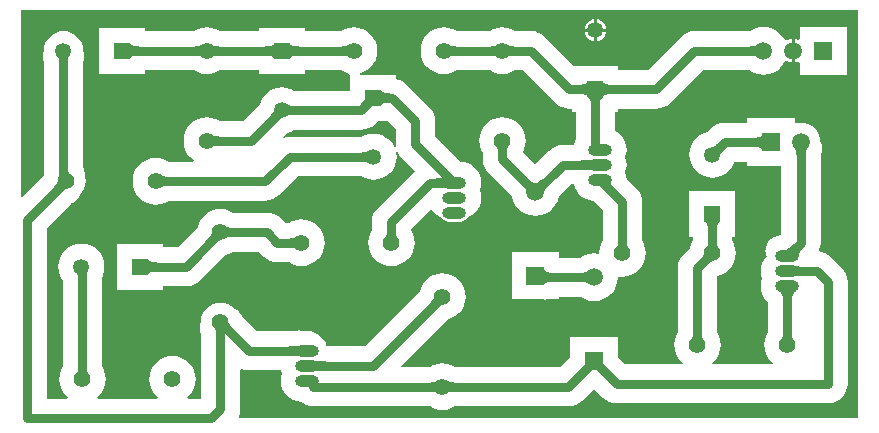
<source format=gtl>
G04 Layer_Physical_Order=1*
G04 Layer_Color=255*
%FSLAX25Y25*%
%MOIN*%
G70*
G01*
G75*
%ADD10C,0.03000*%
%ADD11C,0.05512*%
%ADD12C,0.05906*%
%ADD13R,0.05906X0.05906*%
%ADD14R,0.05315X0.05315*%
%ADD15C,0.05315*%
%ADD16R,0.05315X0.05315*%
%ADD17O,0.07874X0.03937*%
%ADD18O,0.07874X0.03937*%
%ADD19R,0.05906X0.05906*%
G36*
X24949Y-20980D02*
X24888Y-21086D01*
X24834Y-21216D01*
X24787Y-21370D01*
X24747Y-21547D01*
X24715Y-21748D01*
X24672Y-22221D01*
X24657Y-22788D01*
X21657D01*
X21654Y-22492D01*
X21600Y-21748D01*
X21567Y-21547D01*
X21528Y-21370D01*
X21481Y-21216D01*
X21427Y-21086D01*
X21366Y-20980D01*
X21297Y-20898D01*
X25018D01*
X24949Y-20980D01*
D02*
G37*
G36*
X256059Y-52441D02*
X256029Y-52167D01*
X255939Y-51922D01*
X255789Y-51706D01*
X255579Y-51519D01*
X255309Y-51360D01*
X254979Y-51231D01*
X254589Y-51130D01*
X254139Y-51058D01*
X253629Y-51014D01*
X253059Y-51000D01*
Y-48000D01*
X253629Y-47986D01*
X254139Y-47942D01*
X254589Y-47870D01*
X254979Y-47769D01*
X255309Y-47640D01*
X255579Y-47481D01*
X255789Y-47294D01*
X255939Y-47078D01*
X256029Y-46833D01*
X256059Y-46559D01*
Y-52441D01*
D02*
G37*
G36*
X243239Y-52039D02*
X243033Y-52251D01*
X242544Y-52816D01*
X242425Y-52981D01*
X242328Y-53134D01*
X242253Y-53276D01*
X242199Y-53406D01*
X242167Y-53524D01*
X242157Y-53631D01*
X239527Y-51000D01*
X239633Y-50990D01*
X239752Y-50958D01*
X239882Y-50905D01*
X240023Y-50829D01*
X240177Y-50732D01*
X240342Y-50613D01*
X240706Y-50309D01*
X241118Y-49918D01*
X243239Y-52039D01*
D02*
G37*
G36*
X270959Y-51731D02*
X270863Y-51875D01*
X270778Y-52041D01*
X270704Y-52228D01*
X270642Y-52438D01*
X270591Y-52670D01*
X270551Y-52923D01*
X270523Y-53199D01*
X270500Y-53815D01*
X267500D01*
X267494Y-53496D01*
X267449Y-52923D01*
X267409Y-52670D01*
X267358Y-52438D01*
X267296Y-52228D01*
X267222Y-52041D01*
X267137Y-51875D01*
X267041Y-51731D01*
X266933Y-51609D01*
X271067D01*
X270959Y-51731D01*
D02*
G37*
G36*
X24663Y-58473D02*
X24709Y-59000D01*
X24750Y-59225D01*
X24802Y-59425D01*
X24865Y-59599D01*
X24940Y-59747D01*
X25027Y-59869D01*
X25125Y-59965D01*
X25235Y-60036D01*
X21562Y-61216D01*
X21580Y-61165D01*
X21596Y-61085D01*
X21610Y-60976D01*
X21633Y-60670D01*
X21657Y-59395D01*
X24657Y-58170D01*
X24663Y-58473D01*
D02*
G37*
G36*
X23972Y-65256D02*
X23847Y-65266D01*
X23711Y-65298D01*
X23566Y-65353D01*
X23410Y-65430D01*
X23243Y-65530D01*
X23066Y-65652D01*
X22879Y-65797D01*
X22475Y-66153D01*
X22257Y-66365D01*
X20135Y-64243D01*
X20347Y-64025D01*
X20848Y-63434D01*
X20970Y-63257D01*
X21070Y-63090D01*
X21147Y-62934D01*
X21202Y-62788D01*
X21234Y-62653D01*
X21244Y-62528D01*
X23972Y-65256D01*
D02*
G37*
G36*
X241928Y-76018D02*
X241733Y-76108D01*
X241561Y-76258D01*
X241412Y-76468D01*
X241286Y-76738D01*
X241183Y-77068D01*
X241103Y-77458D01*
X241046Y-77908D01*
X241012Y-78418D01*
X241000Y-78988D01*
X238000D01*
X237988Y-78418D01*
X237897Y-77458D01*
X237817Y-77068D01*
X237714Y-76738D01*
X237588Y-76468D01*
X237439Y-76258D01*
X237267Y-76108D01*
X237072Y-76018D01*
X236855Y-75988D01*
X242145D01*
X241928Y-76018D01*
D02*
G37*
G36*
X241004Y-82838D02*
X241069Y-83611D01*
X241107Y-83822D01*
X241155Y-84010D01*
X241210Y-84175D01*
X241275Y-84317D01*
X241348Y-84436D01*
X241429Y-84532D01*
X237571D01*
X237652Y-84436D01*
X237725Y-84317D01*
X237790Y-84175D01*
X237845Y-84010D01*
X237893Y-83822D01*
X237931Y-83611D01*
X237961Y-83376D01*
X237996Y-82838D01*
X238000Y-82534D01*
X241000D01*
X241004Y-82838D01*
D02*
G37*
G36*
X270052Y-84070D02*
X269708Y-84432D01*
X269404Y-84790D01*
X269142Y-85144D01*
X268920Y-85493D01*
X268738Y-85838D01*
X268598Y-86179D01*
X268498Y-86516D01*
X268439Y-86848D01*
X268420Y-87176D01*
X268442Y-87500D01*
X262187Y-85584D01*
X262520Y-85651D01*
X262875Y-85655D01*
X263250Y-85596D01*
X263647Y-85473D01*
X264065Y-85286D01*
X264504Y-85037D01*
X264965Y-84724D01*
X265446Y-84348D01*
X265949Y-83908D01*
X266473Y-83405D01*
X270052Y-84070D01*
D02*
G37*
G36*
X239472Y-89256D02*
X239347Y-89266D01*
X239212Y-89298D01*
X239066Y-89353D01*
X238910Y-89430D01*
X238743Y-89530D01*
X238566Y-89652D01*
X238379Y-89797D01*
X237975Y-90153D01*
X237757Y-90365D01*
X235635Y-88243D01*
X235847Y-88025D01*
X236348Y-87434D01*
X236470Y-87257D01*
X236570Y-87090D01*
X236647Y-86934D01*
X236702Y-86788D01*
X236734Y-86653D01*
X236744Y-86528D01*
X239472Y-89256D01*
D02*
G37*
G36*
X267537Y-90831D02*
X267673Y-90866D01*
X267864Y-90898D01*
X268109Y-90925D01*
X269173Y-90981D01*
X270728Y-91000D01*
Y-94000D01*
X270155Y-94002D01*
X267537Y-94169D01*
X267455Y-94209D01*
Y-90791D01*
X267537Y-90831D01*
D02*
G37*
G36*
X31200Y-92717D02*
X31158Y-92817D01*
X31121Y-92942D01*
X31089Y-93092D01*
X31062Y-93266D01*
X31022Y-93689D01*
X31003Y-94211D01*
X31000Y-94509D01*
X28000Y-94987D01*
X27996Y-94692D01*
X27960Y-94176D01*
X27929Y-93953D01*
X27889Y-93755D01*
X27841Y-93580D01*
X27783Y-93430D01*
X27717Y-93303D01*
X27641Y-93200D01*
X27557Y-93122D01*
X31247Y-92642D01*
X31200Y-92717D01*
D02*
G37*
G36*
X267209Y-99198D02*
X266955Y-99297D01*
X266731Y-99463D01*
X266537Y-99694D01*
X266373Y-99992D01*
X266239Y-100356D01*
X266134Y-100786D01*
X266060Y-101282D01*
X266015Y-101845D01*
X266000Y-102473D01*
X263000D01*
X262985Y-101845D01*
X262940Y-101282D01*
X262866Y-100786D01*
X262761Y-100356D01*
X262627Y-99992D01*
X262463Y-99694D01*
X262269Y-99463D01*
X262045Y-99297D01*
X261791Y-99198D01*
X261507Y-99165D01*
X267493D01*
X267209Y-99198D01*
D02*
G37*
G36*
X149472Y-103756D02*
X149347Y-103766D01*
X149212Y-103798D01*
X149066Y-103853D01*
X148909Y-103930D01*
X148743Y-104030D01*
X148566Y-104152D01*
X148379Y-104297D01*
X147975Y-104653D01*
X147757Y-104865D01*
X145635Y-102743D01*
X145847Y-102525D01*
X146348Y-101934D01*
X146470Y-101757D01*
X146570Y-101591D01*
X146647Y-101434D01*
X146702Y-101288D01*
X146734Y-101153D01*
X146744Y-101028D01*
X149472Y-103756D01*
D02*
G37*
G36*
X78266Y-109653D02*
X78298Y-109789D01*
X78353Y-109934D01*
X78430Y-110090D01*
X78530Y-110257D01*
X78652Y-110434D01*
X78797Y-110621D01*
X79153Y-111026D01*
X79365Y-111243D01*
X77243Y-113365D01*
X77026Y-113153D01*
X77006Y-113136D01*
X77004Y-113162D01*
X77000Y-113465D01*
X74000D01*
X73996Y-113162D01*
X73931Y-112389D01*
X73893Y-112178D01*
X73845Y-111990D01*
X73790Y-111825D01*
X73725Y-111683D01*
X73652Y-111564D01*
X73571Y-111468D01*
X76315D01*
X78256Y-109528D01*
X78266Y-109653D01*
D02*
G37*
G36*
X266004Y-113338D02*
X266069Y-114111D01*
X266107Y-114322D01*
X266155Y-114510D01*
X266210Y-114675D01*
X266275Y-114817D01*
X266348Y-114936D01*
X266429Y-115032D01*
X262571D01*
X262652Y-114936D01*
X262725Y-114817D01*
X262790Y-114675D01*
X262845Y-114510D01*
X262893Y-114322D01*
X262931Y-114111D01*
X262961Y-113876D01*
X262996Y-113338D01*
X263000Y-113034D01*
X266000D01*
X266004Y-113338D01*
D02*
G37*
G36*
X236004D02*
X236069Y-114111D01*
X236107Y-114322D01*
X236155Y-114510D01*
X236210Y-114675D01*
X236275Y-114817D01*
X236348Y-114936D01*
X236429Y-115032D01*
X232571D01*
X232652Y-114936D01*
X232725Y-114817D01*
X232790Y-114675D01*
X232845Y-114510D01*
X232893Y-114322D01*
X232931Y-114111D01*
X232961Y-113876D01*
X232996Y-113338D01*
X233000Y-113034D01*
X236000D01*
X236004Y-113338D01*
D02*
G37*
G36*
X101545Y-120709D02*
X101463Y-120669D01*
X101327Y-120634D01*
X101136Y-120602D01*
X100891Y-120575D01*
X99827Y-120519D01*
X98272Y-120500D01*
Y-117500D01*
X98845Y-117498D01*
X101463Y-117331D01*
X101545Y-117291D01*
Y-120709D01*
D02*
G37*
G36*
X107537Y-122331D02*
X107673Y-122366D01*
X107864Y-122398D01*
X108109Y-122425D01*
X109173Y-122481D01*
X110728Y-122500D01*
Y-125500D01*
X110155Y-125502D01*
X107537Y-125669D01*
X107455Y-125709D01*
Y-122291D01*
X107537Y-122331D01*
D02*
G37*
G36*
X31004Y-124838D02*
X31069Y-125611D01*
X31107Y-125822D01*
X31155Y-126010D01*
X31210Y-126175D01*
X31275Y-126317D01*
X31348Y-126436D01*
X31429Y-126532D01*
X27571D01*
X27652Y-126436D01*
X27725Y-126317D01*
X27790Y-126175D01*
X27845Y-126010D01*
X27893Y-125822D01*
X27931Y-125611D01*
X27961Y-125376D01*
X27996Y-124838D01*
X28000Y-124534D01*
X31000D01*
X31004Y-124838D01*
D02*
G37*
G36*
X151564Y-129152D02*
X151683Y-129225D01*
X151824Y-129290D01*
X151990Y-129346D01*
X152178Y-129393D01*
X152389Y-129431D01*
X152623Y-129461D01*
X153162Y-129496D01*
X153465Y-129500D01*
Y-132500D01*
X153162Y-132504D01*
X152389Y-132569D01*
X152178Y-132607D01*
X151990Y-132655D01*
X151824Y-132710D01*
X151683Y-132775D01*
X151564Y-132848D01*
X151468Y-132929D01*
Y-129071D01*
X151564Y-129152D01*
D02*
G37*
G36*
X147532Y-132929D02*
X147436Y-132848D01*
X147317Y-132775D01*
X147176Y-132710D01*
X147010Y-132655D01*
X146822Y-132607D01*
X146611Y-132569D01*
X146377Y-132539D01*
X145838Y-132504D01*
X145535Y-132500D01*
Y-129500D01*
X145838Y-129496D01*
X146611Y-129431D01*
X146822Y-129393D01*
X147010Y-129346D01*
X147176Y-129290D01*
X147317Y-129225D01*
X147436Y-129152D01*
X147532Y-129071D01*
Y-132929D01*
D02*
G37*
G36*
X288000Y-141453D02*
X81778D01*
X81583Y-141126D01*
X81549Y-140953D01*
X81906Y-139774D01*
X82031Y-138500D01*
Y-125324D01*
X82433Y-125032D01*
X82531Y-125044D01*
X83726Y-125406D01*
X85000Y-125531D01*
X95714D01*
X96008Y-126500D01*
X95664Y-127634D01*
X95529Y-129000D01*
X95664Y-130366D01*
X96062Y-131680D01*
X96709Y-132890D01*
X97580Y-133951D01*
X98641Y-134822D01*
X99852Y-135469D01*
X101165Y-135868D01*
X102324Y-135982D01*
X102871Y-136431D01*
X104000Y-137034D01*
X105226Y-137406D01*
X106500Y-137531D01*
X145266D01*
X146518Y-138200D01*
X147980Y-138644D01*
X149500Y-138793D01*
X151020Y-138644D01*
X152482Y-138200D01*
X153734Y-137531D01*
X191476D01*
X192751Y-137406D01*
X193976Y-137034D01*
X195105Y-136431D01*
X196095Y-135618D01*
X200000Y-131713D01*
X202905Y-134618D01*
X203895Y-135431D01*
X205024Y-136034D01*
X206249Y-136406D01*
X207524Y-136531D01*
X278000D01*
X279274Y-136406D01*
X280500Y-136034D01*
X281629Y-135431D01*
X282618Y-134618D01*
X283431Y-133629D01*
X284034Y-132500D01*
X284406Y-131274D01*
X284531Y-130000D01*
Y-96000D01*
X284406Y-94726D01*
X284034Y-93501D01*
X283431Y-92371D01*
X282618Y-91382D01*
X279118Y-87882D01*
X278129Y-87069D01*
X276999Y-86466D01*
X275774Y-86094D01*
X275217Y-86039D01*
X274981Y-85598D01*
X275034Y-85500D01*
X275406Y-84274D01*
X275531Y-83000D01*
Y-54049D01*
X275540Y-54001D01*
X275543Y-53913D01*
X275583Y-53853D01*
X275746Y-53378D01*
X275938Y-52914D01*
X275959Y-52757D01*
X276010Y-52607D01*
X276045Y-52106D01*
X276110Y-51609D01*
X276089Y-51452D01*
X276100Y-51294D01*
X276004Y-50801D01*
X275938Y-50303D01*
X275878Y-50157D01*
X275847Y-50002D01*
X275626Y-49551D01*
X275508Y-49266D01*
X275406Y-48226D01*
X275034Y-47001D01*
X274431Y-45871D01*
X273618Y-44882D01*
X272629Y-44069D01*
X271499Y-43466D01*
X270274Y-43094D01*
X269000Y-42968D01*
X267726Y-43094D01*
X267354Y-43207D01*
X266953Y-42909D01*
Y-41547D01*
X256613D01*
X256609Y-41546D01*
X256557Y-41547D01*
X256296D01*
X256059Y-41516D01*
X255823Y-41547D01*
X251047D01*
Y-42968D01*
X243657D01*
X242383Y-43094D01*
X241158Y-43466D01*
X240029Y-44069D01*
X239039Y-44882D01*
X237727Y-46193D01*
X236555Y-46549D01*
X235225Y-47260D01*
X234059Y-48217D01*
X233102Y-49382D01*
X232391Y-50713D01*
X231953Y-52156D01*
X231805Y-53657D01*
X231953Y-55159D01*
X232391Y-56602D01*
X233102Y-57932D01*
X234059Y-59098D01*
X235225Y-60055D01*
X236555Y-60766D01*
X237999Y-61204D01*
X239500Y-61352D01*
X241001Y-61204D01*
X242445Y-60766D01*
X243775Y-60055D01*
X244941Y-59098D01*
X245898Y-57932D01*
X246609Y-56602D01*
X246782Y-56031D01*
X251047D01*
Y-57453D01*
X255823D01*
X256059Y-57484D01*
X256296Y-57453D01*
X256557D01*
X256609Y-57454D01*
X256613Y-57453D01*
X262469D01*
Y-80253D01*
X262232Y-80459D01*
X262095Y-80566D01*
X261870Y-80551D01*
X261465Y-80630D01*
X261055Y-80670D01*
X260822Y-80757D01*
X260578Y-80805D01*
X260208Y-80986D01*
X259821Y-81130D01*
X259619Y-81274D01*
X259395Y-81384D01*
X259085Y-81655D01*
X258749Y-81894D01*
X258591Y-82086D01*
X258403Y-82249D01*
X258174Y-82591D01*
X257911Y-82910D01*
X257808Y-83136D01*
X257669Y-83342D01*
X257536Y-83732D01*
X257365Y-84107D01*
X257324Y-84352D01*
X257243Y-84588D01*
X257215Y-84999D01*
X257147Y-85406D01*
X257170Y-85653D01*
X257154Y-85901D01*
X257233Y-86306D01*
X257272Y-86716D01*
X257359Y-86949D01*
X257407Y-87193D01*
X257581Y-87548D01*
X257580Y-87549D01*
X256709Y-88610D01*
X256062Y-89820D01*
X255664Y-91134D01*
X255529Y-92500D01*
X255664Y-93866D01*
X256008Y-95000D01*
X255664Y-96134D01*
X255529Y-97500D01*
X255664Y-98866D01*
X256062Y-100180D01*
X256709Y-101390D01*
X257580Y-102451D01*
X257969Y-102770D01*
Y-112767D01*
X257300Y-114018D01*
X256856Y-115480D01*
X256707Y-117000D01*
X256856Y-118520D01*
X257300Y-119982D01*
X258020Y-121330D01*
X258989Y-122511D01*
X259583Y-122998D01*
X259414Y-123469D01*
X239586D01*
X239417Y-122998D01*
X240011Y-122511D01*
X240980Y-121330D01*
X241700Y-119982D01*
X242144Y-118520D01*
X242293Y-117000D01*
X242144Y-115480D01*
X241700Y-114018D01*
X241031Y-112767D01*
Y-94205D01*
X241125Y-94112D01*
X242482Y-93700D01*
X243830Y-92980D01*
X245011Y-92011D01*
X245980Y-90830D01*
X246700Y-89482D01*
X247144Y-88020D01*
X247293Y-86500D01*
X247144Y-84980D01*
X246700Y-83518D01*
X246031Y-82266D01*
Y-81000D01*
X247158D01*
Y-76225D01*
X247189Y-75988D01*
X247158Y-75752D01*
Y-65685D01*
X231842D01*
Y-75752D01*
X231811Y-75988D01*
X231842Y-76225D01*
Y-81000D01*
X232969D01*
Y-82266D01*
X232300Y-83518D01*
X231888Y-84875D01*
X229882Y-86882D01*
X229069Y-87871D01*
X228466Y-89000D01*
X228094Y-90226D01*
X227969Y-91500D01*
Y-112767D01*
X227300Y-114018D01*
X226856Y-115480D01*
X226707Y-117000D01*
X226856Y-118520D01*
X227300Y-119982D01*
X228020Y-121330D01*
X228989Y-122511D01*
X229583Y-122998D01*
X229414Y-123469D01*
X210229D01*
X207953Y-121192D01*
Y-114524D01*
X192047D01*
Y-121192D01*
X188771Y-124469D01*
X153734D01*
X152482Y-123800D01*
X151020Y-123356D01*
X149500Y-123207D01*
X147980Y-123356D01*
X146518Y-123800D01*
X145266Y-124469D01*
X135922D01*
X135730Y-124007D01*
X151125Y-108612D01*
X152482Y-108200D01*
X153830Y-107480D01*
X155011Y-106511D01*
X155980Y-105330D01*
X156700Y-103982D01*
X157144Y-102520D01*
X157293Y-101000D01*
X157144Y-99480D01*
X156700Y-98018D01*
X155980Y-96670D01*
X155011Y-95489D01*
X153830Y-94520D01*
X152482Y-93800D01*
X151020Y-93356D01*
X149500Y-93207D01*
X147980Y-93356D01*
X146518Y-93800D01*
X145170Y-94520D01*
X143989Y-95489D01*
X143020Y-96670D01*
X142300Y-98018D01*
X141888Y-99375D01*
X123795Y-117469D01*
X110867D01*
X110826Y-117463D01*
X110534Y-116500D01*
X109931Y-115371D01*
X109118Y-114382D01*
X108129Y-113569D01*
X107000Y-112966D01*
X105774Y-112594D01*
X104500Y-112469D01*
X102968D01*
X102850Y-112420D01*
X102374Y-112357D01*
X101905Y-112261D01*
X101724Y-112271D01*
X101545Y-112248D01*
X101157Y-112299D01*
X101142Y-112298D01*
X98675Y-112455D01*
X98254Y-112457D01*
X98168Y-112469D01*
X87705D01*
X83027Y-107790D01*
X82981Y-107728D01*
X82918Y-107664D01*
X82799Y-107430D01*
X82623Y-107006D01*
X82500Y-106846D01*
X82409Y-106667D01*
X82101Y-106326D01*
X81822Y-105962D01*
X81662Y-105839D01*
X81527Y-105689D01*
X81142Y-105440D01*
X80777Y-105160D01*
X80591Y-105083D01*
X80422Y-104973D01*
X80105Y-104871D01*
X79129Y-104069D01*
X78000Y-103466D01*
X76774Y-103094D01*
X75500Y-102969D01*
X74226Y-103094D01*
X73001Y-103466D01*
X71871Y-104069D01*
X70882Y-104882D01*
X70069Y-105871D01*
X69466Y-107001D01*
X69094Y-108226D01*
X68970Y-109483D01*
X68819Y-109779D01*
X68777Y-109976D01*
X68700Y-110163D01*
X68640Y-110618D01*
X68544Y-111066D01*
X68554Y-111268D01*
X68528Y-111468D01*
X68588Y-111923D01*
X68611Y-112381D01*
X68673Y-112573D01*
X68700Y-112773D01*
X68875Y-113197D01*
X68956Y-113447D01*
X68957Y-113537D01*
X68969Y-113613D01*
Y-134969D01*
X64586D01*
X64417Y-134498D01*
X65011Y-134011D01*
X65980Y-132830D01*
X66700Y-131482D01*
X67144Y-130020D01*
X67293Y-128500D01*
X67144Y-126980D01*
X66700Y-125518D01*
X65980Y-124170D01*
X65011Y-122989D01*
X63830Y-122020D01*
X62482Y-121300D01*
X61020Y-120856D01*
X59500Y-120707D01*
X57980Y-120856D01*
X56518Y-121300D01*
X55170Y-122020D01*
X53989Y-122989D01*
X53020Y-124170D01*
X52300Y-125518D01*
X51856Y-126980D01*
X51707Y-128500D01*
X51856Y-130020D01*
X52300Y-131482D01*
X53020Y-132830D01*
X53989Y-134011D01*
X54583Y-134498D01*
X54414Y-134969D01*
X34586D01*
X34417Y-134498D01*
X35011Y-134011D01*
X35980Y-132830D01*
X36700Y-131482D01*
X37144Y-130020D01*
X37293Y-128500D01*
X37144Y-126980D01*
X36700Y-125518D01*
X36031Y-124267D01*
Y-94633D01*
X36043Y-94551D01*
X36045Y-94359D01*
X36266Y-93945D01*
X36704Y-92501D01*
X36852Y-91000D01*
X36704Y-89499D01*
X36266Y-88055D01*
X35555Y-86725D01*
X34598Y-85559D01*
X33432Y-84602D01*
X32102Y-83891D01*
X30659Y-83453D01*
X29157Y-83306D01*
X27656Y-83453D01*
X26213Y-83891D01*
X24883Y-84602D01*
X23717Y-85559D01*
X22760Y-86725D01*
X22049Y-88055D01*
X21611Y-89499D01*
X21463Y-91000D01*
X21611Y-92501D01*
X22049Y-93945D01*
X22760Y-95275D01*
X22968Y-95529D01*
Y-124267D01*
X22300Y-125518D01*
X21856Y-126980D01*
X21707Y-128500D01*
X21856Y-130020D01*
X22300Y-131482D01*
X23020Y-132830D01*
X23989Y-134011D01*
X24583Y-134498D01*
X24414Y-134969D01*
X17531D01*
Y-78205D01*
X25710Y-70027D01*
X25772Y-69981D01*
X25836Y-69918D01*
X26070Y-69799D01*
X26494Y-69623D01*
X26654Y-69500D01*
X26833Y-69409D01*
X27174Y-69101D01*
X27538Y-68822D01*
X27661Y-68662D01*
X27811Y-68527D01*
X28060Y-68142D01*
X28340Y-67777D01*
X28417Y-67591D01*
X28527Y-67422D01*
X28629Y-67105D01*
X29431Y-66129D01*
X30034Y-65000D01*
X30406Y-63774D01*
X30531Y-62500D01*
X30406Y-61226D01*
X30215Y-60597D01*
X30272Y-60285D01*
X30252Y-60037D01*
X30272Y-59790D01*
X30198Y-59384D01*
X30165Y-58973D01*
X30081Y-58739D01*
X30037Y-58494D01*
X29860Y-58122D01*
X29721Y-57733D01*
X29689Y-57686D01*
Y-22980D01*
X29699Y-22916D01*
X29705Y-22663D01*
X29726Y-22597D01*
X29889Y-22203D01*
X29919Y-21971D01*
X29989Y-21747D01*
X30005Y-21321D01*
X30061Y-20898D01*
X30030Y-20666D01*
X30039Y-20432D01*
X29945Y-20016D01*
X29889Y-19593D01*
X29799Y-19376D01*
X29747Y-19148D01*
X29689Y-19037D01*
Y-19000D01*
X29563Y-17726D01*
X29192Y-16500D01*
X28588Y-15371D01*
X27776Y-14382D01*
X26786Y-13569D01*
X25657Y-12966D01*
X24432Y-12594D01*
X23157Y-12469D01*
X21883Y-12594D01*
X20658Y-12966D01*
X19529Y-13569D01*
X18539Y-14382D01*
X17727Y-15371D01*
X17123Y-16500D01*
X16751Y-17726D01*
X16626Y-19000D01*
Y-19037D01*
X16567Y-19148D01*
X16515Y-19376D01*
X16426Y-19593D01*
X16370Y-20016D01*
X16276Y-20432D01*
X16285Y-20666D01*
X16254Y-20898D01*
X16310Y-21321D01*
X16326Y-21747D01*
X16395Y-21971D01*
X16426Y-22203D01*
X16589Y-22597D01*
X16610Y-22664D01*
X16613Y-22706D01*
X16615Y-22850D01*
X16626Y-22928D01*
Y-59228D01*
X16615Y-59300D01*
X16594Y-60433D01*
X16582Y-60587D01*
X16561Y-60685D01*
X16519Y-60728D01*
X16473Y-60790D01*
X9462Y-67801D01*
X9000Y-67610D01*
Y-5548D01*
X288000D01*
Y-141453D01*
D02*
G37*
%LPC*%
G36*
X201000Y-8534D02*
Y-11657D01*
X204123D01*
X204063Y-11203D01*
X203695Y-10313D01*
X203109Y-9549D01*
X202344Y-8963D01*
X201455Y-8594D01*
X201000Y-8534D01*
D02*
G37*
G36*
X200000D02*
X199545Y-8594D01*
X198655Y-8963D01*
X197891Y-9549D01*
X197305Y-10313D01*
X196937Y-11203D01*
X196877Y-11657D01*
X200000D01*
Y-8534D01*
D02*
G37*
G36*
X120000Y-11207D02*
X118480Y-11356D01*
X117018Y-11800D01*
X115767Y-12469D01*
X103657D01*
Y-11500D01*
X99183D01*
X99166Y-11496D01*
X99012Y-11500D01*
X98882D01*
X98646Y-11469D01*
X98409Y-11500D01*
X93591D01*
X93354Y-11469D01*
X93118Y-11500D01*
X92988D01*
X92834Y-11496D01*
X92817Y-11500D01*
X88342D01*
Y-12469D01*
X75234D01*
X73982Y-11800D01*
X72520Y-11356D01*
X71000Y-11207D01*
X69480Y-11356D01*
X68018Y-11800D01*
X66767Y-12469D01*
X50500D01*
Y-11343D01*
X45725D01*
X45488Y-11311D01*
X45252Y-11343D01*
X35185D01*
Y-26658D01*
X45252D01*
X45488Y-26689D01*
X45725Y-26658D01*
X50500D01*
Y-25532D01*
X66767D01*
X68018Y-26200D01*
X69480Y-26644D01*
X71000Y-26793D01*
X72520Y-26644D01*
X73982Y-26200D01*
X75234Y-25532D01*
X88342D01*
Y-26815D01*
X93118D01*
X93354Y-26846D01*
X93591Y-26815D01*
X98409D01*
X98646Y-26846D01*
X98882Y-26815D01*
X103657D01*
Y-25532D01*
X115767D01*
X117018Y-26200D01*
X118480Y-26644D01*
X118492Y-26645D01*
X118842Y-27000D01*
X118842Y-27182D01*
Y-32311D01*
X100025D01*
X98945Y-31734D01*
X97501Y-31296D01*
X96000Y-31148D01*
X94499Y-31296D01*
X93055Y-31734D01*
X91725Y-32445D01*
X90559Y-33402D01*
X89602Y-34568D01*
X88891Y-35898D01*
X88536Y-37070D01*
X83137Y-42469D01*
X75234D01*
X73982Y-41800D01*
X72520Y-41356D01*
X71000Y-41207D01*
X69480Y-41356D01*
X68018Y-41800D01*
X66670Y-42520D01*
X65489Y-43489D01*
X64520Y-44670D01*
X63800Y-46018D01*
X63356Y-47480D01*
X63207Y-49000D01*
X63356Y-50520D01*
X63800Y-51982D01*
X64520Y-53330D01*
X65489Y-54511D01*
X66656Y-55469D01*
X66659Y-55511D01*
X66471Y-55969D01*
X58233D01*
X56982Y-55300D01*
X55520Y-54856D01*
X54000Y-54707D01*
X52480Y-54856D01*
X51018Y-55300D01*
X49670Y-56020D01*
X48489Y-56989D01*
X47520Y-58170D01*
X46800Y-59518D01*
X46356Y-60980D01*
X46207Y-62500D01*
X46356Y-64020D01*
X46800Y-65482D01*
X47520Y-66830D01*
X48489Y-68011D01*
X49670Y-68980D01*
X51018Y-69700D01*
X52480Y-70144D01*
X54000Y-70293D01*
X55520Y-70144D01*
X56982Y-69700D01*
X58233Y-69031D01*
X90500D01*
X91774Y-68906D01*
X93000Y-68534D01*
X94129Y-67931D01*
X95118Y-67118D01*
X101363Y-60874D01*
X122475D01*
X123555Y-61451D01*
X124999Y-61889D01*
X126500Y-62037D01*
X128001Y-61889D01*
X129445Y-61451D01*
X130775Y-60740D01*
X131941Y-59784D01*
X132898Y-58617D01*
X133609Y-57287D01*
X134047Y-55844D01*
X134195Y-54343D01*
X134047Y-52842D01*
X133609Y-51398D01*
X132898Y-50068D01*
X131941Y-48902D01*
X130775Y-47945D01*
X129445Y-47234D01*
X128001Y-46796D01*
X126500Y-46648D01*
X124999Y-46796D01*
X123555Y-47234D01*
X122475Y-47811D01*
X98657D01*
X97383Y-47937D01*
X96618Y-48169D01*
X96353Y-47727D01*
X97773Y-46307D01*
X98945Y-45951D01*
X100025Y-45374D01*
X122315D01*
X123589Y-45249D01*
X124814Y-44877D01*
X125944Y-44273D01*
X126933Y-43461D01*
X127290Y-43104D01*
X127347Y-43062D01*
X128126Y-42315D01*
X128909D01*
X129146Y-42346D01*
X129382Y-42315D01*
X131078D01*
X133969Y-45205D01*
Y-50000D01*
X134094Y-51274D01*
X134466Y-52500D01*
X135069Y-53629D01*
X135882Y-54618D01*
X140263Y-59000D01*
X127882Y-71382D01*
X127069Y-72371D01*
X126466Y-73501D01*
X126094Y-74726D01*
X125969Y-76000D01*
Y-78767D01*
X125300Y-80018D01*
X124856Y-81480D01*
X124707Y-83000D01*
X124856Y-84520D01*
X125300Y-85982D01*
X126020Y-87330D01*
X126989Y-88511D01*
X128170Y-89480D01*
X129518Y-90200D01*
X130980Y-90644D01*
X132500Y-90793D01*
X134020Y-90644D01*
X135482Y-90200D01*
X136830Y-89480D01*
X138011Y-88511D01*
X138980Y-87330D01*
X139700Y-85982D01*
X140144Y-84520D01*
X140293Y-83000D01*
X140144Y-81480D01*
X139700Y-80018D01*
X139031Y-78767D01*
Y-78705D01*
X145508Y-72229D01*
X146007Y-72253D01*
X146580Y-72951D01*
X147641Y-73822D01*
X148852Y-74469D01*
X148938Y-74495D01*
X148939Y-74497D01*
X149414Y-75117D01*
X150034Y-75593D01*
X150757Y-75892D01*
X151532Y-75994D01*
X155468D01*
X156243Y-75892D01*
X156966Y-75593D01*
X157586Y-75117D01*
X158062Y-74497D01*
X158062Y-74495D01*
X158148Y-74469D01*
X159359Y-73822D01*
X160420Y-72951D01*
X161291Y-71890D01*
X161938Y-70680D01*
X162336Y-69366D01*
X162471Y-68000D01*
X162336Y-66634D01*
X161992Y-65500D01*
X162336Y-64366D01*
X162471Y-63000D01*
X162336Y-61634D01*
X161938Y-60320D01*
X161291Y-59110D01*
X160420Y-58049D01*
X159359Y-57178D01*
X158148Y-56531D01*
X156835Y-56132D01*
X155764Y-56027D01*
X147031Y-47295D01*
Y-42500D01*
X146906Y-41226D01*
X146534Y-40001D01*
X145931Y-38871D01*
X145118Y-37882D01*
X137276Y-30039D01*
X136286Y-29227D01*
X135157Y-28623D01*
X134158Y-28320D01*
Y-27000D01*
X129382D01*
X129146Y-26969D01*
X128909Y-27000D01*
X122069D01*
X121994Y-26500D01*
X122982Y-26200D01*
X124330Y-25480D01*
X125511Y-24511D01*
X126480Y-23330D01*
X127200Y-21982D01*
X127644Y-20520D01*
X127793Y-19000D01*
X127644Y-17480D01*
X127200Y-16018D01*
X126480Y-14670D01*
X125511Y-13489D01*
X124330Y-12520D01*
X122982Y-11800D01*
X121520Y-11356D01*
X120000Y-11207D01*
D02*
G37*
G36*
X284453Y-11047D02*
X268547D01*
Y-15028D01*
X268047Y-15362D01*
X267532Y-15149D01*
X267000Y-15079D01*
Y-19000D01*
Y-22921D01*
X267532Y-22851D01*
X268047Y-22637D01*
X268547Y-22972D01*
Y-26953D01*
X284453D01*
Y-11047D01*
D02*
G37*
G36*
X204123Y-12657D02*
X201000D01*
Y-15781D01*
X201455Y-15721D01*
X202344Y-15352D01*
X203109Y-14766D01*
X203695Y-14002D01*
X204063Y-13112D01*
X204123Y-12657D01*
D02*
G37*
G36*
X200000D02*
X196877D01*
X196937Y-13112D01*
X197305Y-14002D01*
X197891Y-14766D01*
X198655Y-15352D01*
X199545Y-15721D01*
X200000Y-15781D01*
Y-12657D01*
D02*
G37*
G36*
X256500Y-11009D02*
X254941Y-11162D01*
X253442Y-11617D01*
X252060Y-12355D01*
X251923Y-12469D01*
X233500D01*
X232226Y-12594D01*
X231000Y-12966D01*
X229871Y-13569D01*
X228882Y-14382D01*
X217952Y-25311D01*
X208157D01*
Y-24185D01*
X203382D01*
X203146Y-24154D01*
X202909Y-24185D01*
X198091D01*
X197854Y-24154D01*
X197618Y-24185D01*
X193422D01*
X183618Y-14382D01*
X182629Y-13569D01*
X181500Y-12966D01*
X180274Y-12594D01*
X179000Y-12469D01*
X173733D01*
X172482Y-11800D01*
X171020Y-11356D01*
X169500Y-11207D01*
X167980Y-11356D01*
X166518Y-11800D01*
X165267Y-12469D01*
X154234D01*
X152982Y-11800D01*
X151520Y-11356D01*
X150000Y-11207D01*
X148480Y-11356D01*
X147018Y-11800D01*
X145670Y-12520D01*
X144489Y-13489D01*
X143520Y-14670D01*
X142800Y-16018D01*
X142356Y-17480D01*
X142207Y-19000D01*
X142356Y-20520D01*
X142800Y-21982D01*
X143520Y-23330D01*
X144489Y-24511D01*
X145670Y-25480D01*
X147018Y-26200D01*
X148480Y-26644D01*
X150000Y-26793D01*
X151520Y-26644D01*
X152982Y-26200D01*
X154234Y-25532D01*
X165267D01*
X166518Y-26200D01*
X167980Y-26644D01*
X169500Y-26793D01*
X171020Y-26644D01*
X172482Y-26200D01*
X173733Y-25532D01*
X176295D01*
X187224Y-36461D01*
X188214Y-37273D01*
X189343Y-37877D01*
X190568Y-38249D01*
X191843Y-38374D01*
X192842D01*
Y-39500D01*
X193969D01*
Y-48560D01*
X193562Y-49320D01*
X193214Y-50468D01*
X189524D01*
X188249Y-50594D01*
X187024Y-50966D01*
X185895Y-51569D01*
X184905Y-52382D01*
X180500Y-56787D01*
X176350Y-52637D01*
X176700Y-51982D01*
X177144Y-50520D01*
X177293Y-49000D01*
X177144Y-47480D01*
X176700Y-46018D01*
X175980Y-44670D01*
X175011Y-43489D01*
X173830Y-42520D01*
X172482Y-41800D01*
X171020Y-41356D01*
X169500Y-41207D01*
X167980Y-41356D01*
X166518Y-41800D01*
X165170Y-42520D01*
X163989Y-43489D01*
X163020Y-44670D01*
X162300Y-46018D01*
X161856Y-47480D01*
X161707Y-49000D01*
X161856Y-50520D01*
X162300Y-51982D01*
X162969Y-53233D01*
Y-55024D01*
X163094Y-56298D01*
X163466Y-57523D01*
X164069Y-58652D01*
X164882Y-59642D01*
X172645Y-67405D01*
X172662Y-67583D01*
X173117Y-69082D01*
X173855Y-70463D01*
X174849Y-71674D01*
X176060Y-72668D01*
X177442Y-73406D01*
X178941Y-73861D01*
X180500Y-74015D01*
X182059Y-73861D01*
X183558Y-73406D01*
X184940Y-72668D01*
X186151Y-71674D01*
X187144Y-70463D01*
X187883Y-69082D01*
X188338Y-67583D01*
X188355Y-67405D01*
X192229Y-63531D01*
X193214D01*
X193562Y-64680D01*
X194209Y-65890D01*
X195080Y-66951D01*
X196141Y-67822D01*
X197352Y-68469D01*
X198665Y-68868D01*
X199736Y-68973D01*
X202969Y-72205D01*
Y-82266D01*
X202300Y-83518D01*
X201856Y-84980D01*
X201734Y-86217D01*
X201618Y-86528D01*
X201219Y-86652D01*
X200000Y-86532D01*
X198441Y-86686D01*
X196942Y-87141D01*
X195560Y-87879D01*
X195423Y-87992D01*
X188453D01*
Y-86024D01*
X172547D01*
Y-101929D01*
X183211D01*
X183452Y-101960D01*
X183664Y-101932D01*
X183878Y-101941D01*
X183933Y-101929D01*
X188453D01*
Y-101055D01*
X195423D01*
X195560Y-101168D01*
X196942Y-101907D01*
X198441Y-102361D01*
X200000Y-102515D01*
X201559Y-102361D01*
X203058Y-101907D01*
X204440Y-101168D01*
X205651Y-100174D01*
X206645Y-98963D01*
X207383Y-97582D01*
X207838Y-96083D01*
X207979Y-94646D01*
X208154Y-94408D01*
X208461Y-94191D01*
X209500Y-94293D01*
X211020Y-94144D01*
X212482Y-93700D01*
X213830Y-92980D01*
X215011Y-92011D01*
X215980Y-90830D01*
X216700Y-89482D01*
X217144Y-88020D01*
X217293Y-86500D01*
X217144Y-84980D01*
X216700Y-83518D01*
X216031Y-82266D01*
Y-69500D01*
X215906Y-68226D01*
X215534Y-67001D01*
X214931Y-65871D01*
X214118Y-64882D01*
X210942Y-61705D01*
X210836Y-60634D01*
X210492Y-59500D01*
X210836Y-58366D01*
X210971Y-57000D01*
X210836Y-55634D01*
X210492Y-54500D01*
X210836Y-53366D01*
X210971Y-52000D01*
X210836Y-50634D01*
X210438Y-49320D01*
X209791Y-48110D01*
X208920Y-47049D01*
X207859Y-46178D01*
X207031Y-45736D01*
Y-39500D01*
X208157D01*
Y-38374D01*
X220657D01*
X221932Y-38249D01*
X223157Y-37877D01*
X224286Y-37273D01*
X225276Y-36461D01*
X236205Y-25532D01*
X251923D01*
X252060Y-25644D01*
X253442Y-26383D01*
X254941Y-26838D01*
X256500Y-26991D01*
X258059Y-26838D01*
X259558Y-26383D01*
X260940Y-25644D01*
X262151Y-24651D01*
X263144Y-23440D01*
X263676Y-22445D01*
X264317Y-22307D01*
X264507Y-22453D01*
X265468Y-22851D01*
X266000Y-22921D01*
Y-19000D01*
Y-15079D01*
X265468Y-15149D01*
X264507Y-15547D01*
X264317Y-15693D01*
X263676Y-15554D01*
X263144Y-14560D01*
X262151Y-13349D01*
X260940Y-12355D01*
X259558Y-11617D01*
X258059Y-11162D01*
X256500Y-11009D01*
D02*
G37*
G36*
X75500Y-71707D02*
X73980Y-71856D01*
X72518Y-72300D01*
X71170Y-73020D01*
X69989Y-73989D01*
X69020Y-75170D01*
X68300Y-76518D01*
X67888Y-77875D01*
X61295Y-84469D01*
X56500D01*
Y-83342D01*
X51725D01*
X51488Y-83311D01*
X51252Y-83342D01*
X41185D01*
Y-98658D01*
X51252D01*
X51488Y-98689D01*
X51725Y-98658D01*
X56500D01*
Y-97531D01*
X64000D01*
X65274Y-97406D01*
X66500Y-97034D01*
X67629Y-96431D01*
X68618Y-95618D01*
X77125Y-87112D01*
X78482Y-86700D01*
X79734Y-86031D01*
X88295D01*
X89882Y-87618D01*
X90871Y-88431D01*
X92001Y-89034D01*
X93226Y-89406D01*
X94500Y-89531D01*
X98267D01*
X99518Y-90200D01*
X100980Y-90644D01*
X102500Y-90793D01*
X104020Y-90644D01*
X105482Y-90200D01*
X106830Y-89480D01*
X108011Y-88511D01*
X108980Y-87330D01*
X109700Y-85982D01*
X110144Y-84520D01*
X110293Y-83000D01*
X110144Y-81480D01*
X109700Y-80018D01*
X108980Y-78670D01*
X108011Y-77489D01*
X106830Y-76520D01*
X105482Y-75800D01*
X104020Y-75356D01*
X102500Y-75207D01*
X100980Y-75356D01*
X99518Y-75800D01*
X98267Y-76469D01*
X97205D01*
X95618Y-74882D01*
X94629Y-74069D01*
X93499Y-73466D01*
X92274Y-73094D01*
X91000Y-72969D01*
X79734D01*
X78482Y-72300D01*
X77020Y-71856D01*
X75500Y-71707D01*
D02*
G37*
%LPD*%
G36*
X118032Y-20929D02*
X117936Y-20848D01*
X117817Y-20775D01*
X117675Y-20710D01*
X117510Y-20654D01*
X117322Y-20607D01*
X117111Y-20569D01*
X116876Y-20539D01*
X116338Y-20504D01*
X116034Y-20500D01*
Y-17500D01*
X116338Y-17496D01*
X117111Y-17431D01*
X117322Y-17393D01*
X117510Y-17345D01*
X117675Y-17290D01*
X117817Y-17225D01*
X117936Y-17152D01*
X118032Y-17071D01*
Y-20929D01*
D02*
G37*
G36*
X73064Y-17152D02*
X73183Y-17225D01*
X73325Y-17290D01*
X73490Y-17345D01*
X73678Y-17393D01*
X73889Y-17431D01*
X74124Y-17461D01*
X74662Y-17496D01*
X74966Y-17500D01*
Y-20500D01*
X74662Y-20504D01*
X73889Y-20569D01*
X73678Y-20607D01*
X73490Y-20654D01*
X73325Y-20710D01*
X73183Y-20775D01*
X73064Y-20848D01*
X72968Y-20929D01*
Y-17071D01*
X73064Y-17152D01*
D02*
G37*
G36*
X69032Y-20929D02*
X68936Y-20848D01*
X68817Y-20775D01*
X68676Y-20710D01*
X68510Y-20654D01*
X68322Y-20607D01*
X68111Y-20569D01*
X67876Y-20539D01*
X67338Y-20504D01*
X67035Y-20500D01*
Y-17500D01*
X67338Y-17496D01*
X68111Y-17431D01*
X68322Y-17393D01*
X68510Y-17345D01*
X68676Y-17290D01*
X68817Y-17225D01*
X68936Y-17152D01*
X69032Y-17071D01*
Y-20929D01*
D02*
G37*
G36*
X45518Y-16572D02*
X45608Y-16767D01*
X45758Y-16939D01*
X45968Y-17088D01*
X46238Y-17214D01*
X46568Y-17317D01*
X46958Y-17397D01*
X47408Y-17454D01*
X47918Y-17489D01*
X48488Y-17500D01*
Y-20500D01*
X47918Y-20511D01*
X46958Y-20603D01*
X46568Y-20683D01*
X46238Y-20786D01*
X45968Y-20912D01*
X45758Y-21061D01*
X45608Y-21233D01*
X45518Y-21428D01*
X45488Y-21645D01*
Y-16354D01*
X45518Y-16572D01*
D02*
G37*
G36*
X98676Y-16700D02*
X98765Y-16868D01*
X98915Y-17016D01*
X99125Y-17144D01*
X99396Y-17253D01*
X99726Y-17342D01*
X100116Y-17411D01*
X100566Y-17460D01*
X101646Y-17500D01*
Y-20500D01*
X101075Y-20513D01*
X100566Y-20552D01*
X100116Y-20617D01*
X99726Y-20708D01*
X99396Y-20826D01*
X99125Y-20969D01*
X98915Y-21138D01*
X98765Y-21334D01*
X98676Y-21555D01*
X98646Y-21803D01*
Y-16512D01*
X98676Y-16700D01*
D02*
G37*
G36*
X93354Y-21803D02*
X93325Y-21555D01*
X93234Y-21334D01*
X93085Y-21138D01*
X92874Y-20969D01*
X92605Y-20826D01*
X92274Y-20708D01*
X91884Y-20617D01*
X91435Y-20552D01*
X90925Y-20513D01*
X90355Y-20500D01*
Y-17500D01*
X90925Y-17490D01*
X91884Y-17411D01*
X92274Y-17342D01*
X92605Y-17253D01*
X92874Y-17144D01*
X93085Y-17016D01*
X93234Y-16868D01*
X93325Y-16700D01*
X93354Y-16512D01*
Y-21803D01*
D02*
G37*
G36*
X129175Y-32230D02*
X129265Y-32424D01*
X129416Y-32596D01*
X129625Y-32745D01*
X129895Y-32871D01*
X130226Y-32974D01*
X130615Y-33054D01*
X131065Y-33112D01*
X131576Y-33146D01*
X132146Y-33157D01*
Y-36157D01*
X131576Y-36169D01*
X130615Y-36261D01*
X130226Y-36341D01*
X129895Y-36444D01*
X129625Y-36570D01*
X129416Y-36719D01*
X129265Y-36891D01*
X129175Y-37085D01*
X129146Y-37303D01*
Y-32012D01*
X129175Y-32230D01*
D02*
G37*
G36*
X126934Y-37303D02*
X126817Y-37238D01*
X126657Y-37234D01*
X126456Y-37293D01*
X126211Y-37412D01*
X125925Y-37594D01*
X125595Y-37837D01*
X124810Y-38507D01*
X123854Y-39424D01*
X121733Y-37303D01*
X122222Y-36804D01*
X123564Y-35233D01*
X123745Y-34946D01*
X123865Y-34702D01*
X123923Y-34500D01*
X123919Y-34341D01*
X123854Y-34223D01*
X126934Y-37303D01*
D02*
G37*
G36*
X97980Y-37051D02*
X98086Y-37112D01*
X98216Y-37166D01*
X98370Y-37213D01*
X98547Y-37253D01*
X98748Y-37285D01*
X99221Y-37328D01*
X99788Y-37343D01*
Y-40343D01*
X99493Y-40346D01*
X98748Y-40400D01*
X98547Y-40433D01*
X98370Y-40472D01*
X98216Y-40519D01*
X98086Y-40573D01*
X97980Y-40634D01*
X97898Y-40703D01*
Y-36982D01*
X97980Y-37051D01*
D02*
G37*
G36*
X95973Y-41500D02*
X95867Y-41510D01*
X95748Y-41542D01*
X95618Y-41595D01*
X95477Y-41671D01*
X95323Y-41768D01*
X95158Y-41887D01*
X94793Y-42191D01*
X94382Y-42582D01*
X92261Y-40461D01*
X92467Y-40249D01*
X92956Y-39684D01*
X93075Y-39519D01*
X93172Y-39366D01*
X93247Y-39224D01*
X93301Y-39094D01*
X93333Y-38976D01*
X93343Y-38869D01*
X95973Y-41500D01*
D02*
G37*
G36*
X73064Y-47152D02*
X73183Y-47225D01*
X73325Y-47290D01*
X73490Y-47346D01*
X73678Y-47393D01*
X73889Y-47431D01*
X74124Y-47461D01*
X74662Y-47496D01*
X74966Y-47500D01*
Y-50500D01*
X74662Y-50504D01*
X73889Y-50569D01*
X73678Y-50607D01*
X73490Y-50655D01*
X73325Y-50710D01*
X73183Y-50775D01*
X73064Y-50848D01*
X72968Y-50929D01*
Y-47071D01*
X73064Y-47152D01*
D02*
G37*
G36*
X124602Y-56203D02*
X124520Y-56134D01*
X124414Y-56073D01*
X124284Y-56019D01*
X124130Y-55972D01*
X123953Y-55933D01*
X123752Y-55900D01*
X123279Y-55857D01*
X122712Y-55843D01*
Y-52843D01*
X123007Y-52839D01*
X123752Y-52785D01*
X123953Y-52753D01*
X124130Y-52713D01*
X124284Y-52666D01*
X124414Y-52612D01*
X124520Y-52551D01*
X124602Y-52482D01*
Y-56203D01*
D02*
G37*
G36*
X56064Y-60652D02*
X56183Y-60725D01*
X56324Y-60790D01*
X56490Y-60846D01*
X56678Y-60893D01*
X56889Y-60931D01*
X57124Y-60961D01*
X57662Y-60996D01*
X57965Y-61000D01*
Y-64000D01*
X57662Y-64004D01*
X56889Y-64069D01*
X56678Y-64107D01*
X56490Y-64154D01*
X56324Y-64210D01*
X56183Y-64275D01*
X56064Y-64348D01*
X55968Y-64429D01*
Y-60571D01*
X56064Y-60652D01*
D02*
G37*
G36*
X150545Y-64709D02*
X150463Y-64669D01*
X150327Y-64634D01*
X150136Y-64602D01*
X149890Y-64575D01*
X148827Y-64519D01*
X147272Y-64500D01*
Y-61500D01*
X147845Y-61498D01*
X150463Y-61331D01*
X150545Y-61291D01*
Y-64709D01*
D02*
G37*
G36*
X134004Y-79338D02*
X134069Y-80111D01*
X134107Y-80322D01*
X134154Y-80510D01*
X134210Y-80676D01*
X134275Y-80817D01*
X134348Y-80936D01*
X134429Y-81032D01*
X130571D01*
X130652Y-80936D01*
X130725Y-80817D01*
X130790Y-80676D01*
X130845Y-80510D01*
X130893Y-80322D01*
X130931Y-80111D01*
X130961Y-79877D01*
X130996Y-79338D01*
X131000Y-79035D01*
X134000D01*
X134004Y-79338D01*
D02*
G37*
G36*
X171564Y-17152D02*
X171683Y-17225D01*
X171825Y-17290D01*
X171990Y-17345D01*
X172178Y-17393D01*
X172389Y-17431D01*
X172624Y-17461D01*
X173162Y-17496D01*
X173466Y-17500D01*
Y-20500D01*
X173162Y-20504D01*
X172389Y-20569D01*
X172178Y-20607D01*
X171990Y-20654D01*
X171825Y-20710D01*
X171683Y-20775D01*
X171564Y-20848D01*
X171468Y-20929D01*
Y-17071D01*
X171564Y-17152D01*
D02*
G37*
G36*
X167532Y-20929D02*
X167436Y-20848D01*
X167317Y-20775D01*
X167175Y-20710D01*
X167010Y-20654D01*
X166822Y-20607D01*
X166611Y-20569D01*
X166376Y-20539D01*
X165838Y-20504D01*
X165534Y-20500D01*
Y-17500D01*
X165838Y-17496D01*
X166611Y-17431D01*
X166822Y-17393D01*
X167010Y-17345D01*
X167175Y-17290D01*
X167317Y-17225D01*
X167436Y-17152D01*
X167532Y-17071D01*
Y-20929D01*
D02*
G37*
G36*
X152064Y-17152D02*
X152183Y-17225D01*
X152324Y-17290D01*
X152490Y-17345D01*
X152678Y-17393D01*
X152889Y-17431D01*
X153123Y-17461D01*
X153662Y-17496D01*
X153965Y-17500D01*
Y-20500D01*
X153662Y-20504D01*
X152889Y-20569D01*
X152678Y-20607D01*
X152490Y-20654D01*
X152324Y-20710D01*
X152183Y-20775D01*
X152064Y-20848D01*
X151968Y-20929D01*
Y-17071D01*
X152064Y-17152D01*
D02*
G37*
G36*
X254391Y-21067D02*
X254269Y-20959D01*
X254125Y-20863D01*
X253959Y-20778D01*
X253772Y-20704D01*
X253562Y-20642D01*
X253330Y-20591D01*
X253077Y-20551D01*
X252801Y-20523D01*
X252185Y-20500D01*
Y-17500D01*
X252504Y-17494D01*
X253077Y-17449D01*
X253330Y-17409D01*
X253562Y-17358D01*
X253772Y-17296D01*
X253959Y-17222D01*
X254125Y-17137D01*
X254269Y-17041D01*
X254391Y-16933D01*
Y-21067D01*
D02*
G37*
G36*
X203175Y-29415D02*
X203266Y-29610D01*
X203415Y-29781D01*
X203625Y-29930D01*
X203895Y-30056D01*
X204225Y-30159D01*
X204615Y-30239D01*
X205065Y-30297D01*
X205575Y-30331D01*
X206146Y-30343D01*
Y-33343D01*
X205575Y-33354D01*
X204615Y-33446D01*
X204225Y-33526D01*
X203895Y-33629D01*
X203625Y-33755D01*
X203415Y-33904D01*
X203266Y-34076D01*
X203175Y-34270D01*
X203146Y-34488D01*
X202928Y-34518D01*
X202733Y-34608D01*
X202561Y-34758D01*
X202412Y-34968D01*
X202286Y-35238D01*
X202183Y-35568D01*
X202103Y-35958D01*
X202046Y-36408D01*
X202011Y-36918D01*
X202000Y-37488D01*
X199000D01*
X198989Y-36918D01*
X198897Y-35958D01*
X198817Y-35568D01*
X198714Y-35238D01*
X198588Y-34968D01*
X198439Y-34758D01*
X198267Y-34608D01*
X198072Y-34518D01*
X197854Y-34488D01*
X197825Y-34270D01*
X197734Y-34076D01*
X197584Y-33904D01*
X197374Y-33755D01*
X197105Y-33629D01*
X196774Y-33526D01*
X196385Y-33446D01*
X195934Y-33388D01*
X195424Y-33354D01*
X194854Y-33343D01*
Y-30343D01*
X195424Y-30331D01*
X196385Y-30239D01*
X196774Y-30159D01*
X197105Y-30056D01*
X197374Y-29930D01*
X197584Y-29781D01*
X197734Y-29610D01*
X197825Y-29415D01*
X197854Y-29197D01*
Y-34488D01*
X203146D01*
Y-29197D01*
X203175Y-29415D01*
D02*
G37*
G36*
X171348Y-51064D02*
X171275Y-51183D01*
X171210Y-51324D01*
X171154Y-51490D01*
X171107Y-51678D01*
X171069Y-51889D01*
X171039Y-52123D01*
X171004Y-52662D01*
X171000Y-52965D01*
X168000D01*
X167996Y-52662D01*
X167931Y-51889D01*
X167893Y-51678D01*
X167845Y-51490D01*
X167790Y-51324D01*
X167725Y-51183D01*
X167652Y-51064D01*
X167571Y-50968D01*
X171429D01*
X171348Y-51064D01*
D02*
G37*
G36*
X199045Y-58709D02*
X198963Y-58669D01*
X198827Y-58634D01*
X198636Y-58602D01*
X198390Y-58575D01*
X197327Y-58519D01*
X195772Y-58500D01*
Y-55500D01*
X196345Y-55498D01*
X198963Y-55331D01*
X199045Y-55291D01*
Y-58709D01*
D02*
G37*
G36*
X184612Y-64033D02*
X184390Y-64263D01*
X184017Y-64700D01*
X183866Y-64907D01*
X183738Y-65107D01*
X183634Y-65299D01*
X183554Y-65484D01*
X183496Y-65662D01*
X183463Y-65832D01*
X183453Y-65994D01*
X180529Y-63071D01*
X180692Y-63061D01*
X180862Y-63027D01*
X181039Y-62970D01*
X181224Y-62889D01*
X181417Y-62785D01*
X181616Y-62657D01*
X181824Y-62506D01*
X182039Y-62332D01*
X182491Y-61912D01*
X184612Y-64033D01*
D02*
G37*
G36*
X178739Y-62133D02*
X179176Y-62506D01*
X179384Y-62657D01*
X179583Y-62785D01*
X179776Y-62889D01*
X179961Y-62970D01*
X180138Y-63027D01*
X180308Y-63061D01*
X180471Y-63071D01*
X177547Y-65994D01*
X177537Y-65832D01*
X177504Y-65662D01*
X177446Y-65484D01*
X177366Y-65299D01*
X177262Y-65107D01*
X177134Y-64907D01*
X176983Y-64700D01*
X176808Y-64485D01*
X176388Y-64033D01*
X178509Y-61912D01*
X178739Y-62133D01*
D02*
G37*
G36*
X211004Y-82838D02*
X211069Y-83611D01*
X211107Y-83822D01*
X211155Y-84010D01*
X211210Y-84175D01*
X211275Y-84317D01*
X211348Y-84436D01*
X211429Y-84532D01*
X207571D01*
X207652Y-84436D01*
X207725Y-84317D01*
X207790Y-84175D01*
X207845Y-84010D01*
X207893Y-83822D01*
X207931Y-83611D01*
X207961Y-83376D01*
X207996Y-82838D01*
X208000Y-82534D01*
X211000D01*
X211004Y-82838D01*
D02*
G37*
G36*
X197891Y-96591D02*
X197769Y-96483D01*
X197625Y-96386D01*
X197459Y-96301D01*
X197272Y-96228D01*
X197062Y-96165D01*
X196830Y-96114D01*
X196577Y-96075D01*
X196301Y-96046D01*
X195685Y-96024D01*
Y-93024D01*
X196004Y-93018D01*
X196577Y-92973D01*
X196830Y-92933D01*
X197062Y-92882D01*
X197272Y-92819D01*
X197459Y-92746D01*
X197625Y-92661D01*
X197769Y-92564D01*
X197891Y-92457D01*
Y-96591D01*
D02*
G37*
G36*
X183459Y-91809D02*
X183550Y-92064D01*
X183701Y-92289D01*
X183912Y-92484D01*
X184183Y-92649D01*
X184515Y-92784D01*
X184906Y-92889D01*
X185357Y-92964D01*
X185869Y-93009D01*
X186441Y-93024D01*
Y-96024D01*
X185871Y-96033D01*
X184911Y-96104D01*
X184521Y-96167D01*
X184191Y-96247D01*
X183921Y-96345D01*
X183711Y-96461D01*
X183561Y-96596D01*
X183471Y-96747D01*
X183441Y-96917D01*
X183429Y-91524D01*
X183459Y-91809D01*
D02*
G37*
G36*
X77564Y-77652D02*
X77683Y-77725D01*
X77824Y-77790D01*
X77990Y-77846D01*
X78178Y-77893D01*
X78389Y-77931D01*
X78623Y-77961D01*
X79162Y-77996D01*
X79466Y-78000D01*
Y-81000D01*
X79162Y-81004D01*
X78389Y-81069D01*
X78178Y-81107D01*
X77990Y-81155D01*
X77824Y-81210D01*
X77683Y-81275D01*
X77564Y-81348D01*
X77468Y-81429D01*
Y-77571D01*
X77564Y-77652D01*
D02*
G37*
G36*
X75472Y-82256D02*
X75347Y-82266D01*
X75212Y-82298D01*
X75066Y-82353D01*
X74910Y-82430D01*
X74743Y-82530D01*
X74566Y-82652D01*
X74379Y-82797D01*
X73975Y-83153D01*
X73757Y-83365D01*
X71635Y-81243D01*
X71847Y-81025D01*
X72348Y-80434D01*
X72470Y-80257D01*
X72570Y-80090D01*
X72647Y-79934D01*
X72702Y-79789D01*
X72734Y-79653D01*
X72744Y-79528D01*
X75472Y-82256D01*
D02*
G37*
G36*
X100532Y-84929D02*
X100436Y-84848D01*
X100317Y-84775D01*
X100175Y-84710D01*
X100010Y-84654D01*
X99822Y-84607D01*
X99611Y-84569D01*
X99376Y-84539D01*
X98838Y-84504D01*
X98535Y-84500D01*
Y-81500D01*
X98838Y-81496D01*
X99611Y-81431D01*
X99822Y-81393D01*
X100010Y-81345D01*
X100175Y-81290D01*
X100317Y-81225D01*
X100436Y-81152D01*
X100532Y-81071D01*
Y-84929D01*
D02*
G37*
G36*
X51518Y-88572D02*
X51608Y-88767D01*
X51758Y-88939D01*
X51968Y-89088D01*
X52238Y-89214D01*
X52568Y-89317D01*
X52958Y-89397D01*
X53408Y-89454D01*
X53918Y-89489D01*
X54488Y-89500D01*
Y-92500D01*
X53918Y-92511D01*
X52958Y-92603D01*
X52568Y-92683D01*
X52238Y-92786D01*
X51968Y-92912D01*
X51758Y-93061D01*
X51608Y-93233D01*
X51518Y-93428D01*
X51488Y-93646D01*
Y-88354D01*
X51518Y-88572D01*
D02*
G37*
D10*
X11000Y-75500D02*
X24000Y-62500D01*
X23157Y-61657D02*
Y-19000D01*
X11000Y-141500D02*
Y-75500D01*
Y-141500D02*
X72500D01*
X75500Y-138500D01*
Y-109500D01*
X132500Y-83000D02*
Y-76000D01*
X145500Y-63000D01*
X153500D01*
X75500Y-79500D02*
X91000D01*
X94500Y-83000D01*
X102500D01*
X140500Y-50000D02*
X153500Y-63000D01*
X140500Y-50000D02*
Y-42500D01*
X132657Y-34657D02*
X140500Y-42500D01*
X126500Y-34657D02*
X132657D01*
X169500Y-55024D02*
X180500Y-66024D01*
X169500Y-55024D02*
Y-49000D01*
X180500Y-66024D02*
X189524Y-57000D01*
X202000D01*
X239500Y-53657D02*
X243657Y-49500D01*
X259000D01*
X234500Y-117000D02*
Y-91500D01*
X239500Y-86500D01*
Y-73343D01*
X181047Y-94524D02*
X200000D01*
X202000Y-62000D02*
X209500Y-69500D01*
Y-86500D02*
Y-69500D01*
X126500Y-124000D02*
X149500Y-101000D01*
X104500Y-124000D02*
X126500D01*
X75500Y-109500D02*
X85000Y-119000D01*
X104500D01*
X64000Y-91000D02*
X75500Y-79500D01*
X48843Y-91000D02*
X64000D01*
X98657Y-54343D02*
X126500D01*
X90500Y-62500D02*
X98657Y-54343D01*
X54000Y-62500D02*
X90500D01*
X96000Y-38843D02*
X122315D01*
X126500Y-34657D01*
X85843Y-49000D02*
X96000Y-38843D01*
X71000Y-49000D02*
X85843D01*
X106500Y-131000D02*
X149500D01*
X191476D01*
X200000Y-122476D01*
X207524Y-130000D01*
X278000D01*
Y-96000D01*
X274500Y-92500D02*
X278000Y-96000D01*
X264500Y-92500D02*
X274500D01*
X264500Y-117000D02*
Y-97500D01*
Y-87500D02*
X269000Y-83000D01*
Y-49500D01*
X29500Y-128500D02*
Y-91343D01*
X200500Y-31843D02*
X220657D01*
X233500Y-19000D01*
X256500D01*
X200500Y-50500D02*
X202000Y-52000D01*
X200500Y-50500D02*
Y-31843D01*
X191843D02*
X200500D01*
X179000Y-19000D02*
X191843Y-31843D01*
X169500Y-19000D02*
X179000D01*
X150000D02*
X169500D01*
X71000D02*
X120000D01*
X42843D02*
X71000D01*
D11*
X75500Y-109500D02*
D03*
Y-79500D02*
D03*
X132500Y-83000D02*
D03*
X102500D02*
D03*
X149500Y-131000D02*
D03*
Y-101000D02*
D03*
X54000Y-62500D02*
D03*
X24000D02*
D03*
X59500Y-128500D02*
D03*
X29500D02*
D03*
X264500Y-117000D02*
D03*
X234500D02*
D03*
X209500Y-86500D02*
D03*
X239500D02*
D03*
X71000Y-19000D02*
D03*
Y-49000D02*
D03*
X169500D02*
D03*
Y-19000D02*
D03*
X120000D02*
D03*
X150000D02*
D03*
D12*
X200000Y-94524D02*
D03*
X269000Y-49500D02*
D03*
X180500Y-66024D02*
D03*
X256500Y-19000D02*
D03*
X266500D02*
D03*
D13*
X200000Y-122476D02*
D03*
X180500Y-93976D02*
D03*
D14*
X239500Y-73343D02*
D03*
X200500Y-31843D02*
D03*
X96000Y-19157D02*
D03*
X126500Y-34657D02*
D03*
D15*
X239500Y-53657D02*
D03*
X200500Y-12157D02*
D03*
X23157Y-19000D02*
D03*
X96000Y-38843D02*
D03*
X29157Y-91000D02*
D03*
X126500Y-54343D02*
D03*
D16*
X42843Y-19000D02*
D03*
X48843Y-91000D02*
D03*
D17*
X104500Y-119000D02*
D03*
X153500Y-73000D02*
D03*
X202000Y-62000D02*
D03*
X264500Y-87500D02*
D03*
D18*
X104500Y-124000D02*
D03*
Y-129000D02*
D03*
X153500Y-68000D02*
D03*
Y-63000D02*
D03*
X202000Y-57000D02*
D03*
Y-52000D02*
D03*
X264500Y-97500D02*
D03*
Y-92500D02*
D03*
D19*
X259000Y-49500D02*
D03*
X276500Y-19000D02*
D03*
M02*

</source>
